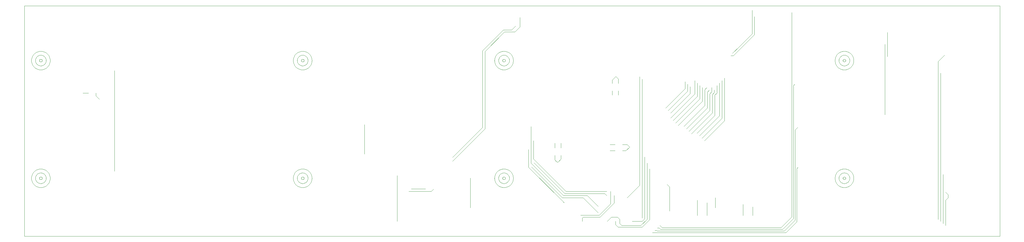
<source format=gbl>
*%FSLAX23Y23*%
*%MOIN*%
G01*
D11*
X4105Y9426D02*
X15837D01*
Y6651D02*
X4105D01*
X15837D02*
Y9426D01*
X4105D02*
Y6651D01*
D14*
X10235Y7536D02*
X10605Y7166D01*
X10875Y7141D02*
X11005Y7011D01*
X10590Y7141D02*
X10200Y7531D01*
X10205Y7486D02*
X10575Y7116D01*
X10825D02*
X11005Y6936D01*
X10594Y7057D02*
X10170Y7481D01*
X10228Y7583D02*
X10620Y7191D01*
X9645Y8876D02*
X9880Y9111D01*
X9865Y9136D02*
X9615Y8886D01*
X9645Y7946D02*
X9255Y7556D01*
Y7601D02*
X9615Y7961D01*
X12285Y7801D02*
X12525Y8041D01*
X12495Y8071D02*
X12255Y7831D01*
X12225Y7861D02*
X12465Y8101D01*
X12258Y8274D02*
X11970Y7986D01*
X11940Y8016D02*
X12228Y8304D01*
X12198Y8334D02*
X11910Y8046D01*
X11880Y8136D02*
X12113Y8369D01*
X12083Y8399D02*
X11850Y8166D01*
X11820Y8196D02*
X12053Y8429D01*
X13375Y6846D02*
X13255Y6726D01*
X11505Y7266D02*
X11355Y7116D01*
X12633Y8825D02*
X12885Y9077D01*
X12857Y9089D02*
X12701Y8933D01*
X13355Y6866D02*
X13225Y6736D01*
X13205Y6756D02*
X13335Y6886D01*
X12040Y7976D02*
X12288Y8224D01*
X12318Y8194D02*
X12070Y7946D01*
X12100Y7916D02*
X12348Y8164D01*
X12378Y8134D02*
X12130Y7886D01*
X12195Y7891D02*
X12409Y8105D01*
X12168Y8364D02*
X11880Y8076D01*
X11535Y6761D02*
X11245D01*
X11290Y6781D02*
X11520D01*
X11660Y6696D02*
X13265D01*
X13205Y6756D02*
X11800D01*
X11775Y6736D02*
X13225D01*
X13245Y6716D02*
X11740D01*
X11710Y6721D02*
X11690D01*
X11715Y6716D02*
X11740D01*
Y6751D02*
X11720D01*
X11755Y6736D02*
X11775D01*
Y6756D02*
X11800D01*
X11535Y6831D02*
X11415D01*
X11240Y6881D02*
X11165D01*
X11085Y7166D02*
X10605D01*
X10590Y7141D02*
X10875D01*
X10825Y7116D02*
X10575D01*
X9000Y7191D02*
X8730D01*
X10620D02*
X11110D01*
X8930Y7221D02*
X8760D01*
X4965Y8341D02*
Y8376D01*
Y8341D02*
X5005Y8301D01*
X4875Y8376D02*
X4810D01*
X12601Y8825D02*
X12633D01*
X10005Y9111D02*
X9880D01*
X9865Y9136D02*
X9965D01*
X8195Y7996D02*
Y7641D01*
X9000Y7191D02*
X9030Y7221D01*
X9645Y7946D02*
Y8876D01*
X9615Y8886D02*
Y7961D01*
X10065Y9171D02*
Y9286D01*
Y9171D02*
X10005Y9111D01*
X9965Y9136D02*
X10015Y9186D01*
X10228Y7801D02*
Y7583D01*
X10200Y7531D02*
Y7971D01*
X10170Y7694D02*
Y7481D01*
X10590Y7061D02*
X10595Y7056D01*
X11085Y7166D02*
X11110Y7141D01*
X11215Y6831D02*
Y6791D01*
X11265Y6806D02*
Y6856D01*
X11215Y6791D02*
X11245Y6761D01*
X11265Y6856D02*
X11240Y6881D01*
X11265Y6806D02*
X11290Y6781D01*
X11165Y6881D02*
X11115Y6831D01*
X11625Y6851D02*
Y7461D01*
X11595Y7531D02*
Y6856D01*
X11565Y6861D02*
Y7606D01*
X11535Y6871D02*
Y8541D01*
X11505Y8571D02*
Y7266D01*
X11565Y6861D02*
X11535Y6831D01*
X11520Y6781D02*
X11595Y6856D01*
X11620Y6846D02*
X11535Y6761D01*
X11620Y6846D02*
X11625Y6851D01*
X11710Y6721D02*
X11715Y6716D01*
X11740Y6751D02*
X11755Y6736D01*
X11775Y6756D02*
X11750Y6781D01*
X12083Y8399D02*
Y8481D01*
X12053Y8511D02*
Y8429D01*
X12258Y8441D02*
Y8274D01*
X12228Y8304D02*
Y8466D01*
X12198Y8496D02*
Y8334D01*
X12113Y8369D02*
Y8451D01*
X12168Y8526D02*
Y8364D01*
X12465Y8496D02*
Y8101D01*
X12435Y8401D02*
Y8466D01*
X12288Y8416D02*
Y8224D01*
X12318Y8194D02*
Y8385D01*
X12348Y8365D02*
Y8164D01*
X12378Y8134D02*
Y8356D01*
X12403Y8381D02*
Y8411D01*
X12373Y8390D02*
Y8441D01*
X12435Y8401D02*
Y8376D01*
X12409Y8350D02*
Y8105D01*
X12288Y8416D02*
X12313Y8441D01*
X12343Y8410D02*
X12318Y8385D01*
X12378Y8356D02*
X12403Y8381D01*
X12373Y8390D02*
X12348Y8365D01*
X12409Y8350D02*
X12435Y8376D01*
X12525Y8556D02*
Y8041D01*
X12495Y8071D02*
Y8526D01*
X12623Y8855D02*
X12701Y8933D01*
X12857Y9089D02*
Y9371D01*
X12885Y9296D02*
Y9077D01*
X13255Y6726D02*
X13245Y6716D01*
X13395Y6826D02*
Y7466D01*
X13335Y6886D02*
Y9346D01*
X13355Y8466D02*
Y6866D01*
X13375Y6846D02*
Y7931D01*
X13355Y8466D02*
X13370Y8481D01*
X13395Y6826D02*
X13295Y6726D01*
X13395Y7466D02*
X13410Y7481D01*
X13295Y6726D02*
X13265Y6696D01*
X13375Y7931D02*
X13410Y7966D01*
X14455Y8116D02*
Y8956D01*
Y8961D01*
X14485Y8816D02*
Y9106D01*
X15185Y7086D02*
Y6781D01*
X15215Y7116D02*
Y7151D01*
X15155Y7396D02*
Y6806D01*
X15095Y6856D02*
Y8756D01*
X15125Y8616D02*
Y6831D01*
X15215Y7151D02*
X15185Y7181D01*
X15215Y7116D02*
X15185Y7086D01*
X15095Y8756D02*
X15175Y8836D01*
D15*
X10525Y7546D02*
X10510D01*
X11150Y7681D02*
X11210D01*
X11300Y7756D02*
X11355D01*
X11340Y7681D02*
X11300D01*
X10485Y7716D02*
Y7771D01*
Y7626D02*
Y7571D01*
X10510Y7546D01*
X10560Y7581D02*
Y7626D01*
Y7581D02*
X10525Y7546D01*
X11250Y8351D02*
Y8401D01*
X11175Y8491D02*
Y8531D01*
X11250Y8546D02*
Y8491D01*
Y8546D02*
X11220Y8576D01*
X11175Y8531D01*
X11355Y7756D02*
X11385Y7726D01*
X11340Y7681D01*
D17*
X11200Y7051D02*
X11030Y6881D01*
X11020Y6906D02*
X11155Y7041D01*
X11030Y6881D02*
X10825D01*
X10795Y6906D02*
X10890D01*
X11020D01*
X11150Y7756D02*
X11210D01*
X5190Y7436D02*
Y8646D01*
X8590Y7381D02*
Y6831D01*
X9470Y6996D02*
Y7351D01*
X10560Y7716D02*
Y7771D01*
X10815Y6871D02*
Y6831D01*
Y6871D02*
X10825Y6881D01*
X11200Y7051D02*
Y7141D01*
X11155Y7191D02*
Y7041D01*
X11175Y8351D02*
Y8401D01*
X11865Y7246D02*
Y6956D01*
Y7246D02*
X11835Y7276D01*
X12200Y7086D02*
Y6901D01*
X12315D02*
Y7056D01*
X12415Y6996D02*
Y7116D01*
X12750Y7036D02*
Y6901D01*
X12865D02*
Y7006D01*
D21*
X15275Y7131D02*
D03*
Y8536D02*
D03*
Y7831D02*
D03*
Y9246D02*
D03*
X15185Y7131D02*
D03*
Y6781D02*
D03*
X15155Y6806D02*
D03*
X15125Y6831D02*
D03*
X15095Y6856D02*
D03*
X15185Y7181D02*
D03*
X15155Y7396D02*
D03*
Y7536D02*
D03*
X15025Y6876D02*
D03*
Y7581D02*
D03*
X15185Y8536D02*
D03*
Y9246D02*
D03*
X15175Y8836D02*
D03*
X15125Y8966D02*
D03*
Y8616D02*
D03*
X15185Y7831D02*
D03*
X14840Y7331D02*
D03*
X14885Y7446D02*
D03*
Y6816D02*
D03*
X14930Y7226D02*
D03*
X14885Y8226D02*
D03*
X14915Y8686D02*
D03*
X14885Y8941D02*
D03*
X14990Y8886D02*
D03*
X15020Y8286D02*
D03*
X14975Y8941D02*
D03*
X14630Y7731D02*
D03*
Y6946D02*
D03*
Y8371D02*
D03*
Y9081D02*
D03*
X14485Y9106D02*
D03*
X14455Y8961D02*
D03*
X14485Y8816D02*
D03*
X14455Y8116D02*
D03*
X14320Y7136D02*
D03*
X14345Y7311D02*
D03*
Y7581D02*
D03*
X14275Y9256D02*
D03*
X14270Y8551D02*
D03*
Y7906D02*
D03*
X14245Y8796D02*
D03*
X14350Y8231D02*
D03*
X14080Y7136D02*
D03*
X14145Y7601D02*
D03*
X14185Y8936D02*
D03*
X14155Y8231D02*
D03*
X14080Y9106D02*
D03*
X13900Y7036D02*
D03*
X14038Y7709D02*
D03*
X13955Y9256D02*
D03*
X13805Y7501D02*
D03*
X13790Y7331D02*
D03*
X13775Y6941D02*
D03*
X13790Y7421D02*
D03*
X13770Y8936D02*
D03*
X13805Y8426D02*
D03*
X13790Y7841D02*
D03*
Y8326D02*
D03*
X13795Y7981D02*
D03*
X13730D02*
D03*
X13670Y8415D02*
D03*
X13720Y9351D02*
D03*
X13540Y6841D02*
D03*
X13485Y7666D02*
D03*
X13578Y7091D02*
D03*
X13485Y7576D02*
D03*
Y8151D02*
D03*
X13475Y8656D02*
D03*
X13485Y8061D02*
D03*
X13475Y8566D02*
D03*
X13580Y8936D02*
D03*
X13430Y6991D02*
D03*
X13410Y7481D02*
D03*
X13270Y7106D02*
D03*
X13410Y7521D02*
D03*
X13425Y7066D02*
D03*
X13370Y8481D02*
D03*
X13385Y8011D02*
D03*
X13363Y8568D02*
D03*
X13410Y7966D02*
D03*
X13270Y8071D02*
D03*
X13260Y8521D02*
D03*
X13335Y9346D02*
D03*
X13120Y7044D02*
D03*
X13255Y7586D02*
D03*
X13185Y8956D02*
D03*
X12890Y7696D02*
D03*
X12930Y7066D02*
D03*
X12890Y7471D02*
D03*
Y7246D02*
D03*
X12885Y8746D02*
D03*
Y9296D02*
D03*
X12890Y7921D02*
D03*
Y8146D02*
D03*
X12885Y8596D02*
D03*
Y8371D02*
D03*
X12750Y6901D02*
D03*
X12865D02*
D03*
Y7006D02*
D03*
X12750Y7036D02*
D03*
X12675Y7741D02*
D03*
X12710Y6961D02*
D03*
X12736Y9026D02*
D03*
X12805Y9121D02*
D03*
Y9236D02*
D03*
X12675Y8321D02*
D03*
X12857Y9371D02*
D03*
X12593Y6843D02*
D03*
X12575Y9181D02*
D03*
X12505Y9199D02*
D03*
X12525Y8556D02*
D03*
X12495Y8526D02*
D03*
X12623Y8855D02*
D03*
X12601Y8825D02*
D03*
X12570Y7864D02*
D03*
Y8198D02*
D03*
X12555Y8386D02*
D03*
Y8431D02*
D03*
X12505Y7981D02*
D03*
X12560Y8081D02*
D03*
X12610Y8546D02*
D03*
X12315Y6901D02*
D03*
Y7056D02*
D03*
X12415Y7116D02*
D03*
Y6996D02*
D03*
X12330Y7741D02*
D03*
X12450Y6956D02*
D03*
X12361Y6811D02*
D03*
X12470Y7682D02*
D03*
X12440Y7864D02*
D03*
X12465Y8835D02*
D03*
X12343Y8410D02*
D03*
X12403Y8411D02*
D03*
X12373Y8441D02*
D03*
X12313D02*
D03*
X12435Y8466D02*
D03*
X12465Y8496D02*
D03*
X12285Y7801D02*
D03*
X12284Y8956D02*
D03*
X12440Y8198D02*
D03*
X12200Y6901D02*
D03*
Y7086D02*
D03*
X12165Y6921D02*
D03*
X12244Y8956D02*
D03*
X12258Y8441D02*
D03*
X12228Y8466D02*
D03*
X12198Y8496D02*
D03*
X12168Y8526D02*
D03*
X12113Y8451D02*
D03*
X12100Y7916D02*
D03*
X12130Y7886D02*
D03*
X12255Y7831D02*
D03*
X12225Y7861D02*
D03*
X12195Y7891D02*
D03*
X11965Y7606D02*
D03*
X12045Y6843D02*
D03*
X11905Y6956D02*
D03*
X11901Y7366D02*
D03*
X11910Y8341D02*
D03*
X12053Y8511D02*
D03*
X12083Y8481D02*
D03*
X12070Y7946D02*
D03*
X12040Y7976D02*
D03*
X11970Y7986D02*
D03*
X11940Y8016D02*
D03*
X11910Y8046D02*
D03*
X11705Y7261D02*
D03*
X11720Y6751D02*
D03*
X11750Y6781D02*
D03*
X11765Y7606D02*
D03*
X11865Y6956D02*
D03*
X11810Y6806D02*
D03*
X11835Y7086D02*
D03*
Y7276D02*
D03*
X11880Y8076D02*
D03*
Y8136D02*
D03*
X11850Y8166D02*
D03*
X11820Y8196D02*
D03*
X11765Y8286D02*
D03*
X11625Y7461D02*
D03*
X11595Y7531D02*
D03*
X11565Y7606D02*
D03*
X11535Y6871D02*
D03*
X11660Y6696D02*
D03*
X11690Y6721D02*
D03*
X11570Y8571D02*
D03*
X11535Y8541D02*
D03*
X11505Y8571D02*
D03*
X11385Y7726D02*
D03*
X11465Y7441D02*
D03*
Y7351D02*
D03*
X11410Y7694D02*
D03*
X11355Y7116D02*
D03*
X11323Y7425D02*
D03*
X11311Y6961D02*
D03*
X11385Y8061D02*
D03*
X11445Y8631D02*
D03*
X11410Y8422D02*
D03*
Y8167D02*
D03*
Y7950D02*
D03*
X11307Y8691D02*
D03*
X11385Y8371D02*
D03*
X11200Y7141D02*
D03*
X11230Y7546D02*
D03*
X11155Y7191D02*
D03*
X11110D02*
D03*
Y7141D02*
D03*
X11150Y7756D02*
D03*
Y7681D02*
D03*
X11165Y7351D02*
D03*
X11220Y8576D02*
D03*
X11175Y8351D02*
D03*
X11300Y8265D02*
D03*
Y7871D02*
D03*
X11250Y8351D02*
D03*
X10935Y7246D02*
D03*
X10976D02*
D03*
X11035Y7381D02*
D03*
X11005Y6936D02*
D03*
Y7011D02*
D03*
X11095Y7626D02*
D03*
X10976Y7421D02*
D03*
X11055Y8491D02*
D03*
X10937Y8691D02*
D03*
X10780Y7086D02*
D03*
X10795Y6906D02*
D03*
X10890Y7546D02*
D03*
X10745Y6706D02*
D03*
X10760Y8691D02*
D03*
X10845Y8576D02*
D03*
X10560Y7771D02*
D03*
X10681Y7626D02*
D03*
X10641Y8491D02*
D03*
X10350Y7721D02*
D03*
X10510Y7546D02*
D03*
X10464Y7520D02*
D03*
X10485Y7771D02*
D03*
X10330Y7674D02*
D03*
X10490Y8571D02*
D03*
X10330Y7950D02*
D03*
X10345Y8304D02*
D03*
X10440Y8245D02*
D03*
Y7851D02*
D03*
X10415Y8711D02*
D03*
X10480Y8446D02*
D03*
Y8376D02*
D03*
X10350Y8026D02*
D03*
X10140Y7600D02*
D03*
X10255Y6796D02*
D03*
X10205Y7486D02*
D03*
X10235Y7536D02*
D03*
X10170Y7694D02*
D03*
X10140Y8446D02*
D03*
Y8326D02*
D03*
Y8376D02*
D03*
X10228Y7801D02*
D03*
X10200Y7971D02*
D03*
X10145Y8946D02*
D03*
X10210Y8186D02*
D03*
X10230Y8487D02*
D03*
X9945Y7601D02*
D03*
X9935Y8606D02*
D03*
X10100Y8716D02*
D03*
X9935Y8217D02*
D03*
X9560Y7351D02*
D03*
X9585Y8226D02*
D03*
X9470Y6996D02*
D03*
Y7351D02*
D03*
X9360Y8631D02*
D03*
X9530Y8081D02*
D03*
X9370Y8231D02*
D03*
X9255Y7556D02*
D03*
Y7601D02*
D03*
X9315Y8331D02*
D03*
Y8431D02*
D03*
X9320Y8931D02*
D03*
Y8831D02*
D03*
X9260Y8681D02*
D03*
X9215Y8536D02*
D03*
X9266Y8181D02*
D03*
X9030Y7221D02*
D03*
X8955Y7656D02*
D03*
X8990Y8226D02*
D03*
Y8741D02*
D03*
X9110Y8506D02*
D03*
X9120Y9011D02*
D03*
X9068Y8226D02*
D03*
X9017Y8341D02*
D03*
X8970Y8561D02*
D03*
X9094Y8726D02*
D03*
X9017Y8846D02*
D03*
X8930Y7221D02*
D03*
X8760D02*
D03*
X8800Y7281D02*
D03*
X8895Y8746D02*
D03*
Y8231D02*
D03*
Y8141D02*
D03*
X8885Y9011D02*
D03*
X8840Y8536D02*
D03*
X8730Y7191D02*
D03*
X8590Y7381D02*
D03*
X8650Y7136D02*
D03*
X8590Y7471D02*
D03*
X8670Y8096D02*
D03*
Y8611D02*
D03*
X8570Y8586D02*
D03*
X8220Y7411D02*
D03*
X8195Y7641D02*
D03*
Y7996D02*
D03*
X8360Y8421D02*
D03*
X8100Y7546D02*
D03*
X8075Y8761D02*
D03*
X7875Y8381D02*
D03*
X7770Y7261D02*
D03*
X7700Y6991D02*
D03*
X7735Y9061D02*
D03*
X7715Y8506D02*
D03*
X7025Y9061D02*
D03*
X7005Y8506D02*
D03*
X7165Y8381D02*
D03*
X5330Y8026D02*
D03*
Y8591D02*
D03*
X5065Y7201D02*
D03*
X5190Y7436D02*
D03*
X5075Y7396D02*
D03*
X5190Y8646D02*
D03*
Y7971D02*
D03*
X5045Y8426D02*
D03*
X4860Y7441D02*
D03*
Y7141D02*
D03*
X5005Y8301D02*
D03*
X5040Y7974D02*
D03*
X4795Y7576D02*
D03*
Y8121D02*
D03*
X4810Y8376D02*
D03*
D26*
X13854Y8767D02*
X13856D01*
X13854D02*
X13855Y8756D01*
X13857Y8746D01*
X13859Y8735D01*
X13863Y8725D01*
X13867Y8715D01*
X13872Y8706D01*
X13879Y8697D01*
X13886Y8689D01*
X13893Y8682D01*
X13902Y8675D01*
X13911Y8670D01*
X13920Y8665D01*
X13930Y8661D01*
X13940Y8658D01*
X13951Y8656D01*
X13962Y8655D01*
X13972D01*
X13983Y8656D01*
X13994Y8658D01*
X14004Y8661D01*
X14014Y8665D01*
X14023Y8670D01*
X14032Y8675D01*
X14041Y8682D01*
X14048Y8689D01*
X14055Y8697D01*
X14062Y8706D01*
X14067Y8715D01*
X14071Y8725D01*
X14075Y8735D01*
X14077Y8746D01*
X14079Y8756D01*
X14080Y8767D01*
X14080D01*
X14080D02*
X14079Y8778D01*
X14077Y8788D01*
X14075Y8799D01*
X14071Y8809D01*
X14067Y8819D01*
X14062Y8828D01*
X14055Y8837D01*
X14048Y8845D01*
X14041Y8852D01*
X14032Y8859D01*
X14023Y8864D01*
X14014Y8869D01*
X14004Y8873D01*
X13994Y8876D01*
X13983Y8878D01*
X13972Y8879D01*
X13962D01*
X13951Y8878D01*
X13940Y8876D01*
X13930Y8873D01*
X13920Y8869D01*
X13911Y8864D01*
X13902Y8859D01*
X13893Y8852D01*
X13886Y8845D01*
X13879Y8837D01*
X13872Y8828D01*
X13867Y8819D01*
X13863Y8809D01*
X13859Y8799D01*
X13857Y8788D01*
X13855Y8778D01*
X13854Y8767D01*
X13902D02*
X13904D01*
X13902D02*
X13903Y8757D01*
X13905Y8748D01*
X13909Y8739D01*
X13914Y8731D01*
X13920Y8723D01*
X13927Y8717D01*
X13935Y8711D01*
X13943Y8707D01*
X13953Y8704D01*
X13962Y8703D01*
X13972D01*
X13981Y8704D01*
X13991Y8707D01*
X13999Y8711D01*
X14007Y8717D01*
X14014Y8723D01*
X14020Y8731D01*
X14025Y8739D01*
X14029Y8748D01*
X14031Y8757D01*
X14032Y8767D01*
X14032D01*
X14032D02*
X14031Y8777D01*
X14029Y8786D01*
X14025Y8795D01*
X14020Y8803D01*
X14014Y8811D01*
X14007Y8817D01*
X13999Y8823D01*
X13991Y8827D01*
X13981Y8830D01*
X13972Y8831D01*
X13962D01*
X13953Y8830D01*
X13943Y8827D01*
X13935Y8823D01*
X13927Y8817D01*
X13920Y8811D01*
X13914Y8803D01*
X13909Y8795D01*
X13905Y8786D01*
X13903Y8777D01*
X13902Y8767D01*
X13950D02*
X13952D01*
X13950D02*
X13951Y8761D01*
X13954Y8756D01*
X13959Y8753D01*
X13964Y8751D01*
X13970D01*
X13975Y8753D01*
X13980Y8756D01*
X13983Y8761D01*
X13984Y8767D01*
X13984D01*
X13984D02*
X13983Y8773D01*
X13980Y8778D01*
X13975Y8781D01*
X13970Y8783D01*
X13964D01*
X13959Y8781D01*
X13954Y8778D01*
X13951Y8773D01*
X13950Y8767D01*
X13854Y7350D02*
X13856D01*
X13854D02*
X13855Y7339D01*
X13857Y7329D01*
X13859Y7318D01*
X13863Y7308D01*
X13867Y7298D01*
X13872Y7289D01*
X13879Y7280D01*
X13886Y7272D01*
X13893Y7265D01*
X13902Y7258D01*
X13911Y7253D01*
X13920Y7248D01*
X13930Y7244D01*
X13940Y7241D01*
X13951Y7239D01*
X13962Y7238D01*
X13972D01*
X13983Y7239D01*
X13994Y7241D01*
X14004Y7244D01*
X14014Y7248D01*
X14023Y7253D01*
X14032Y7258D01*
X14041Y7265D01*
X14048Y7272D01*
X14055Y7280D01*
X14062Y7289D01*
X14067Y7298D01*
X14071Y7308D01*
X14075Y7318D01*
X14077Y7329D01*
X14079Y7339D01*
X14080Y7350D01*
X14080D01*
X14080D02*
X14079Y7361D01*
X14077Y7371D01*
X14075Y7382D01*
X14071Y7392D01*
X14067Y7402D01*
X14062Y7411D01*
X14055Y7420D01*
X14048Y7428D01*
X14041Y7435D01*
X14032Y7442D01*
X14023Y7447D01*
X14014Y7452D01*
X14004Y7456D01*
X13994Y7459D01*
X13983Y7461D01*
X13972Y7462D01*
X13962D01*
X13951Y7461D01*
X13940Y7459D01*
X13930Y7456D01*
X13920Y7452D01*
X13911Y7447D01*
X13902Y7442D01*
X13893Y7435D01*
X13886Y7428D01*
X13879Y7420D01*
X13872Y7411D01*
X13867Y7402D01*
X13863Y7392D01*
X13859Y7382D01*
X13857Y7371D01*
X13855Y7361D01*
X13854Y7350D01*
X13902D02*
X13904D01*
X13902D02*
X13903Y7340D01*
X13905Y7331D01*
X13909Y7322D01*
X13914Y7314D01*
X13920Y7306D01*
X13927Y7300D01*
X13935Y7294D01*
X13943Y7290D01*
X13953Y7287D01*
X13962Y7286D01*
X13972D01*
X13981Y7287D01*
X13991Y7290D01*
X13999Y7294D01*
X14007Y7300D01*
X14014Y7306D01*
X14020Y7314D01*
X14025Y7322D01*
X14029Y7331D01*
X14031Y7340D01*
X14032Y7350D01*
X14032D01*
X14032D02*
X14031Y7360D01*
X14029Y7369D01*
X14025Y7378D01*
X14020Y7386D01*
X14014Y7394D01*
X14007Y7400D01*
X13999Y7406D01*
X13991Y7410D01*
X13981Y7413D01*
X13972Y7414D01*
X13962D01*
X13953Y7413D01*
X13943Y7410D01*
X13935Y7406D01*
X13927Y7400D01*
X13920Y7394D01*
X13914Y7386D01*
X13909Y7378D01*
X13905Y7369D01*
X13903Y7360D01*
X13902Y7350D01*
X13950D02*
X13952D01*
X13950D02*
X13951Y7344D01*
X13954Y7339D01*
X13959Y7336D01*
X13964Y7334D01*
X13970D01*
X13975Y7336D01*
X13980Y7339D01*
X13983Y7344D01*
X13984Y7350D01*
X13984D01*
X13984D02*
X13983Y7356D01*
X13980Y7361D01*
X13975Y7364D01*
X13970Y7366D01*
X13964D01*
X13959Y7364D01*
X13954Y7361D01*
X13951Y7356D01*
X13950Y7350D01*
X9760Y8767D02*
X9762D01*
X9760D02*
X9761Y8756D01*
X9763Y8746D01*
X9765Y8735D01*
X9769Y8725D01*
X9773Y8715D01*
X9778Y8706D01*
X9785Y8697D01*
X9792Y8689D01*
X9799Y8682D01*
X9808Y8675D01*
X9817Y8670D01*
X9826Y8665D01*
X9836Y8661D01*
X9846Y8658D01*
X9857Y8656D01*
X9868Y8655D01*
X9878D01*
X9889Y8656D01*
X9900Y8658D01*
X9910Y8661D01*
X9920Y8665D01*
X9929Y8670D01*
X9938Y8675D01*
X9947Y8682D01*
X9954Y8689D01*
X9961Y8697D01*
X9968Y8706D01*
X9973Y8715D01*
X9977Y8725D01*
X9981Y8735D01*
X9983Y8746D01*
X9985Y8756D01*
X9986Y8767D01*
X9986D01*
X9986D02*
X9985Y8778D01*
X9983Y8788D01*
X9981Y8799D01*
X9977Y8809D01*
X9973Y8819D01*
X9968Y8828D01*
X9961Y8837D01*
X9954Y8845D01*
X9947Y8852D01*
X9938Y8859D01*
X9929Y8864D01*
X9920Y8869D01*
X9910Y8873D01*
X9900Y8876D01*
X9889Y8878D01*
X9878Y8879D01*
X9868D01*
X9857Y8878D01*
X9846Y8876D01*
X9836Y8873D01*
X9826Y8869D01*
X9817Y8864D01*
X9808Y8859D01*
X9799Y8852D01*
X9792Y8845D01*
X9785Y8837D01*
X9778Y8828D01*
X9773Y8819D01*
X9769Y8809D01*
X9765Y8799D01*
X9763Y8788D01*
X9761Y8778D01*
X9760Y8767D01*
X9808D02*
X9810D01*
X9808D02*
X9809Y8757D01*
X9811Y8748D01*
X9815Y8739D01*
X9820Y8731D01*
X9826Y8723D01*
X9833Y8717D01*
X9841Y8711D01*
X9849Y8707D01*
X9859Y8704D01*
X9868Y8703D01*
X9878D01*
X9887Y8704D01*
X9897Y8707D01*
X9905Y8711D01*
X9913Y8717D01*
X9920Y8723D01*
X9926Y8731D01*
X9931Y8739D01*
X9935Y8748D01*
X9937Y8757D01*
X9938Y8767D01*
X9938D01*
X9938D02*
X9937Y8777D01*
X9935Y8786D01*
X9931Y8795D01*
X9926Y8803D01*
X9920Y8811D01*
X9913Y8817D01*
X9905Y8823D01*
X9897Y8827D01*
X9887Y8830D01*
X9878Y8831D01*
X9868D01*
X9859Y8830D01*
X9849Y8827D01*
X9841Y8823D01*
X9833Y8817D01*
X9826Y8811D01*
X9820Y8803D01*
X9815Y8795D01*
X9811Y8786D01*
X9809Y8777D01*
X9808Y8767D01*
X9856D02*
X9858D01*
X9856D02*
X9857Y8761D01*
X9860Y8756D01*
X9865Y8753D01*
X9870Y8751D01*
X9876D01*
X9881Y8753D01*
X9886Y8756D01*
X9889Y8761D01*
X9890Y8767D01*
X9890D01*
X9890D02*
X9889Y8773D01*
X9886Y8778D01*
X9881Y8781D01*
X9876Y8783D01*
X9870D01*
X9865Y8781D01*
X9860Y8778D01*
X9857Y8773D01*
X9856Y8767D01*
X9760Y7350D02*
X9762D01*
X9760D02*
X9761Y7339D01*
X9763Y7329D01*
X9765Y7318D01*
X9769Y7308D01*
X9773Y7298D01*
X9778Y7289D01*
X9785Y7280D01*
X9792Y7272D01*
X9799Y7265D01*
X9808Y7258D01*
X9817Y7253D01*
X9826Y7248D01*
X9836Y7244D01*
X9846Y7241D01*
X9857Y7239D01*
X9868Y7238D01*
X9878D01*
X9889Y7239D01*
X9900Y7241D01*
X9910Y7244D01*
X9920Y7248D01*
X9929Y7253D01*
X9938Y7258D01*
X9947Y7265D01*
X9954Y7272D01*
X9961Y7280D01*
X9968Y7289D01*
X9973Y7298D01*
X9977Y7308D01*
X9981Y7318D01*
X9983Y7329D01*
X9985Y7339D01*
X9986Y7350D01*
X9986D01*
X9986D02*
X9985Y7361D01*
X9983Y7371D01*
X9981Y7382D01*
X9977Y7392D01*
X9973Y7402D01*
X9968Y7411D01*
X9961Y7420D01*
X9954Y7428D01*
X9947Y7435D01*
X9938Y7442D01*
X9929Y7447D01*
X9920Y7452D01*
X9910Y7456D01*
X9900Y7459D01*
X9889Y7461D01*
X9878Y7462D01*
X9868D01*
X9857Y7461D01*
X9846Y7459D01*
X9836Y7456D01*
X9826Y7452D01*
X9817Y7447D01*
X9808Y7442D01*
X9799Y7435D01*
X9792Y7428D01*
X9785Y7420D01*
X9778Y7411D01*
X9773Y7402D01*
X9769Y7392D01*
X9765Y7382D01*
X9763Y7371D01*
X9761Y7361D01*
X9760Y7350D01*
X9808D02*
X9810D01*
X9808D02*
X9809Y7340D01*
X9811Y7331D01*
X9815Y7322D01*
X9820Y7314D01*
X9826Y7306D01*
X9833Y7300D01*
X9841Y7294D01*
X9849Y7290D01*
X9859Y7287D01*
X9868Y7286D01*
X9878D01*
X9887Y7287D01*
X9897Y7290D01*
X9905Y7294D01*
X9913Y7300D01*
X9920Y7306D01*
X9926Y7314D01*
X9931Y7322D01*
X9935Y7331D01*
X9937Y7340D01*
X9938Y7350D01*
X9938D01*
X9938D02*
X9937Y7360D01*
X9935Y7369D01*
X9931Y7378D01*
X9926Y7386D01*
X9920Y7394D01*
X9913Y7400D01*
X9905Y7406D01*
X9897Y7410D01*
X9887Y7413D01*
X9878Y7414D01*
X9868D01*
X9859Y7413D01*
X9849Y7410D01*
X9841Y7406D01*
X9833Y7400D01*
X9826Y7394D01*
X9820Y7386D01*
X9815Y7378D01*
X9811Y7369D01*
X9809Y7360D01*
X9808Y7350D01*
X9856D02*
X9858D01*
X9856D02*
X9857Y7344D01*
X9860Y7339D01*
X9865Y7336D01*
X9870Y7334D01*
X9876D01*
X9881Y7336D01*
X9886Y7339D01*
X9889Y7344D01*
X9890Y7350D01*
X9890D01*
X9890D02*
X9889Y7356D01*
X9886Y7361D01*
X9881Y7364D01*
X9876Y7366D01*
X9870D01*
X9865Y7364D01*
X9860Y7361D01*
X9857Y7356D01*
X9856Y7350D01*
X7338Y8767D02*
X7340D01*
X7338D02*
X7339Y8756D01*
X7341Y8746D01*
X7343Y8735D01*
X7347Y8725D01*
X7351Y8715D01*
X7356Y8706D01*
X7363Y8697D01*
X7370Y8689D01*
X7377Y8682D01*
X7386Y8675D01*
X7395Y8670D01*
X7404Y8665D01*
X7414Y8661D01*
X7424Y8658D01*
X7435Y8656D01*
X7446Y8655D01*
X7456D01*
X7467Y8656D01*
X7478Y8658D01*
X7488Y8661D01*
X7498Y8665D01*
X7507Y8670D01*
X7516Y8675D01*
X7525Y8682D01*
X7532Y8689D01*
X7539Y8697D01*
X7546Y8706D01*
X7551Y8715D01*
X7555Y8725D01*
X7559Y8735D01*
X7561Y8746D01*
X7563Y8756D01*
X7564Y8767D01*
X7564D01*
X7564D02*
X7563Y8778D01*
X7561Y8788D01*
X7559Y8799D01*
X7555Y8809D01*
X7551Y8819D01*
X7546Y8828D01*
X7539Y8837D01*
X7532Y8845D01*
X7525Y8852D01*
X7516Y8859D01*
X7507Y8864D01*
X7498Y8869D01*
X7488Y8873D01*
X7478Y8876D01*
X7467Y8878D01*
X7456Y8879D01*
X7446D01*
X7435Y8878D01*
X7424Y8876D01*
X7414Y8873D01*
X7404Y8869D01*
X7395Y8864D01*
X7386Y8859D01*
X7377Y8852D01*
X7370Y8845D01*
X7363Y8837D01*
X7356Y8828D01*
X7351Y8819D01*
X7347Y8809D01*
X7343Y8799D01*
X7341Y8788D01*
X7339Y8778D01*
X7338Y8767D01*
X7386D02*
X7388D01*
X7386D02*
X7387Y8757D01*
X7389Y8748D01*
X7393Y8739D01*
X7398Y8731D01*
X7404Y8723D01*
X7411Y8717D01*
X7419Y8711D01*
X7427Y8707D01*
X7437Y8704D01*
X7446Y8703D01*
X7456D01*
X7465Y8704D01*
X7475Y8707D01*
X7483Y8711D01*
X7491Y8717D01*
X7498Y8723D01*
X7504Y8731D01*
X7509Y8739D01*
X7513Y8748D01*
X7515Y8757D01*
X7516Y8767D01*
X7516D01*
X7516D02*
X7515Y8777D01*
X7513Y8786D01*
X7509Y8795D01*
X7504Y8803D01*
X7498Y8811D01*
X7491Y8817D01*
X7483Y8823D01*
X7475Y8827D01*
X7465Y8830D01*
X7456Y8831D01*
X7446D01*
X7437Y8830D01*
X7427Y8827D01*
X7419Y8823D01*
X7411Y8817D01*
X7404Y8811D01*
X7398Y8803D01*
X7393Y8795D01*
X7389Y8786D01*
X7387Y8777D01*
X7386Y8767D01*
X7434D02*
X7436D01*
X7434D02*
X7435Y8761D01*
X7438Y8756D01*
X7443Y8753D01*
X7448Y8751D01*
X7454D01*
X7459Y8753D01*
X7464Y8756D01*
X7467Y8761D01*
X7468Y8767D01*
X7468D01*
X7468D02*
X7467Y8773D01*
X7464Y8778D01*
X7459Y8781D01*
X7454Y8783D01*
X7448D01*
X7443Y8781D01*
X7438Y8778D01*
X7435Y8773D01*
X7434Y8767D01*
X7338Y7350D02*
X7340D01*
X7338D02*
X7339Y7339D01*
X7341Y7329D01*
X7343Y7318D01*
X7347Y7308D01*
X7351Y7298D01*
X7356Y7289D01*
X7363Y7280D01*
X7370Y7272D01*
X7377Y7265D01*
X7386Y7258D01*
X7395Y7253D01*
X7404Y7248D01*
X7414Y7244D01*
X7424Y7241D01*
X7435Y7239D01*
X7446Y7238D01*
X7456D01*
X7467Y7239D01*
X7478Y7241D01*
X7488Y7244D01*
X7498Y7248D01*
X7507Y7253D01*
X7516Y7258D01*
X7525Y7265D01*
X7532Y7272D01*
X7539Y7280D01*
X7546Y7289D01*
X7551Y7298D01*
X7555Y7308D01*
X7559Y7318D01*
X7561Y7329D01*
X7563Y7339D01*
X7564Y7350D01*
X7564D01*
X7564D02*
X7563Y7361D01*
X7561Y7371D01*
X7559Y7382D01*
X7555Y7392D01*
X7551Y7402D01*
X7546Y7411D01*
X7539Y7420D01*
X7532Y7428D01*
X7525Y7435D01*
X7516Y7442D01*
X7507Y7447D01*
X7498Y7452D01*
X7488Y7456D01*
X7478Y7459D01*
X7467Y7461D01*
X7456Y7462D01*
X7446D01*
X7435Y7461D01*
X7424Y7459D01*
X7414Y7456D01*
X7404Y7452D01*
X7395Y7447D01*
X7386Y7442D01*
X7377Y7435D01*
X7370Y7428D01*
X7363Y7420D01*
X7356Y7411D01*
X7351Y7402D01*
X7347Y7392D01*
X7343Y7382D01*
X7341Y7371D01*
X7339Y7361D01*
X7338Y7350D01*
X7386D02*
X7388D01*
X7386D02*
X7387Y7340D01*
X7389Y7331D01*
X7393Y7322D01*
X7398Y7314D01*
X7404Y7306D01*
X7411Y7300D01*
X7419Y7294D01*
X7427Y7290D01*
X7437Y7287D01*
X7446Y7286D01*
X7456D01*
X7465Y7287D01*
X7475Y7290D01*
X7483Y7294D01*
X7491Y7300D01*
X7498Y7306D01*
X7504Y7314D01*
X7509Y7322D01*
X7513Y7331D01*
X7515Y7340D01*
X7516Y7350D01*
X7516D01*
X7516D02*
X7515Y7360D01*
X7513Y7369D01*
X7509Y7378D01*
X7504Y7386D01*
X7498Y7394D01*
X7491Y7400D01*
X7483Y7406D01*
X7475Y7410D01*
X7465Y7413D01*
X7456Y7414D01*
X7446D01*
X7437Y7413D01*
X7427Y7410D01*
X7419Y7406D01*
X7411Y7400D01*
X7404Y7394D01*
X7398Y7386D01*
X7393Y7378D01*
X7389Y7369D01*
X7387Y7360D01*
X7386Y7350D01*
X7434D02*
X7436D01*
X7434D02*
X7435Y7344D01*
X7438Y7339D01*
X7443Y7336D01*
X7448Y7334D01*
X7454D01*
X7459Y7336D01*
X7464Y7339D01*
X7467Y7344D01*
X7468Y7350D01*
X7468D01*
X7468D02*
X7467Y7356D01*
X7464Y7361D01*
X7459Y7364D01*
X7454Y7366D01*
X7448D01*
X7443Y7364D01*
X7438Y7361D01*
X7435Y7356D01*
X7434Y7350D01*
X4190Y8767D02*
X4190D01*
X4190D02*
X4190Y8756D01*
X4192Y8746D01*
X4194Y8735D01*
X4198Y8725D01*
X4202Y8715D01*
X4207Y8706D01*
X4214Y8697D01*
X4221Y8689D01*
X4228Y8682D01*
X4237Y8675D01*
X4246Y8670D01*
X4255Y8665D01*
X4265Y8661D01*
X4275Y8658D01*
X4286Y8656D01*
X4297Y8655D01*
X4307D01*
X4318Y8656D01*
X4329Y8658D01*
X4339Y8661D01*
X4349Y8665D01*
X4358Y8670D01*
X4367Y8675D01*
X4376Y8682D01*
X4383Y8689D01*
X4390Y8697D01*
X4397Y8706D01*
X4402Y8715D01*
X4406Y8725D01*
X4410Y8735D01*
X4412Y8746D01*
X4414Y8756D01*
X4414Y8767D01*
X4416D01*
X4414D02*
X4414Y8778D01*
X4412Y8788D01*
X4410Y8799D01*
X4406Y8809D01*
X4402Y8819D01*
X4397Y8828D01*
X4390Y8837D01*
X4383Y8845D01*
X4376Y8852D01*
X4367Y8859D01*
X4358Y8864D01*
X4349Y8869D01*
X4339Y8873D01*
X4329Y8876D01*
X4318Y8878D01*
X4307Y8879D01*
X4297D01*
X4286Y8878D01*
X4275Y8876D01*
X4265Y8873D01*
X4255Y8869D01*
X4246Y8864D01*
X4237Y8859D01*
X4228Y8852D01*
X4221Y8845D01*
X4214Y8837D01*
X4207Y8828D01*
X4202Y8819D01*
X4198Y8809D01*
X4194Y8799D01*
X4192Y8788D01*
X4190Y8778D01*
X4190Y8767D01*
X4238D02*
X4238D01*
X4238D02*
X4238Y8757D01*
X4240Y8748D01*
X4244Y8739D01*
X4249Y8731D01*
X4255Y8723D01*
X4262Y8717D01*
X4270Y8711D01*
X4278Y8707D01*
X4288Y8704D01*
X4297Y8703D01*
X4307D01*
X4316Y8704D01*
X4326Y8707D01*
X4334Y8711D01*
X4342Y8717D01*
X4349Y8723D01*
X4355Y8731D01*
X4360Y8739D01*
X4364Y8748D01*
X4366Y8757D01*
X4366Y8767D01*
X4368D01*
X4366D02*
X4366Y8777D01*
X4364Y8786D01*
X4360Y8795D01*
X4355Y8803D01*
X4349Y8811D01*
X4342Y8817D01*
X4334Y8823D01*
X4326Y8827D01*
X4316Y8830D01*
X4307Y8831D01*
X4297D01*
X4288Y8830D01*
X4278Y8827D01*
X4270Y8823D01*
X4262Y8817D01*
X4255Y8811D01*
X4249Y8803D01*
X4244Y8795D01*
X4240Y8786D01*
X4238Y8777D01*
X4238Y8767D01*
X4286D02*
X4286D01*
X4286D02*
X4286Y8761D01*
X4289Y8756D01*
X4294Y8753D01*
X4299Y8751D01*
X4305D01*
X4310Y8753D01*
X4315Y8756D01*
X4318Y8761D01*
X4318Y8767D01*
X4320D01*
X4318D02*
X4318Y8773D01*
X4315Y8778D01*
X4310Y8781D01*
X4305Y8783D01*
X4299D01*
X4294Y8781D01*
X4289Y8778D01*
X4286Y8773D01*
X4286Y8767D01*
X4190Y7350D02*
X4190D01*
X4190D02*
X4190Y7339D01*
X4192Y7329D01*
X4194Y7318D01*
X4198Y7308D01*
X4202Y7298D01*
X4207Y7289D01*
X4214Y7280D01*
X4221Y7272D01*
X4228Y7265D01*
X4237Y7258D01*
X4246Y7253D01*
X4255Y7248D01*
X4265Y7244D01*
X4275Y7241D01*
X4286Y7239D01*
X4297Y7238D01*
X4307D01*
X4318Y7239D01*
X4329Y7241D01*
X4339Y7244D01*
X4349Y7248D01*
X4358Y7253D01*
X4367Y7258D01*
X4376Y7265D01*
X4383Y7272D01*
X4390Y7280D01*
X4397Y7289D01*
X4402Y7298D01*
X4406Y7308D01*
X4410Y7318D01*
X4412Y7329D01*
X4414Y7339D01*
X4414Y7350D01*
X4416D01*
X4414D02*
X4414Y7361D01*
X4412Y7371D01*
X4410Y7382D01*
X4406Y7392D01*
X4402Y7402D01*
X4397Y7411D01*
X4390Y7420D01*
X4383Y7428D01*
X4376Y7435D01*
X4367Y7442D01*
X4358Y7447D01*
X4349Y7452D01*
X4339Y7456D01*
X4329Y7459D01*
X4318Y7461D01*
X4307Y7462D01*
X4297D01*
X4286Y7461D01*
X4275Y7459D01*
X4265Y7456D01*
X4255Y7452D01*
X4246Y7447D01*
X4237Y7442D01*
X4228Y7435D01*
X4221Y7428D01*
X4214Y7420D01*
X4207Y7411D01*
X4202Y7402D01*
X4198Y7392D01*
X4194Y7382D01*
X4192Y7371D01*
X4190Y7361D01*
X4190Y7350D01*
X4238D02*
X4238D01*
X4238D02*
X4238Y7340D01*
X4240Y7331D01*
X4244Y7322D01*
X4249Y7314D01*
X4255Y7306D01*
X4262Y7300D01*
X4270Y7294D01*
X4278Y7290D01*
X4288Y7287D01*
X4297Y7286D01*
X4307D01*
X4316Y7287D01*
X4326Y7290D01*
X4334Y7294D01*
X4342Y7300D01*
X4349Y7306D01*
X4355Y7314D01*
X4360Y7322D01*
X4364Y7331D01*
X4366Y7340D01*
X4366Y7350D01*
X4368D01*
X4366D02*
X4366Y7360D01*
X4364Y7369D01*
X4360Y7378D01*
X4355Y7386D01*
X4349Y7394D01*
X4342Y7400D01*
X4334Y7406D01*
X4326Y7410D01*
X4316Y7413D01*
X4307Y7414D01*
X4297D01*
X4288Y7413D01*
X4278Y7410D01*
X4270Y7406D01*
X4262Y7400D01*
X4255Y7394D01*
X4249Y7386D01*
X4244Y7378D01*
X4240Y7369D01*
X4238Y7360D01*
X4238Y7350D01*
X4286D02*
X4286D01*
X4286D02*
X4286Y7344D01*
X4289Y7339D01*
X4294Y7336D01*
X4299Y7334D01*
X4305D01*
X4310Y7336D01*
X4315Y7339D01*
X4318Y7344D01*
X4318Y7350D01*
X4320D01*
X4318D02*
X4318Y7356D01*
X4315Y7361D01*
X4310Y7364D01*
X4305Y7366D01*
X4299D01*
X4294Y7364D01*
X4289Y7361D01*
X4286Y7356D01*
X4286Y7350D01*
D30*
X4352Y8008D02*
D03*
Y7608D02*
D03*
X4252Y8558D02*
D03*
X4352Y8508D02*
D03*
X4252Y8458D02*
D03*
X4352Y8408D02*
D03*
X4252Y8358D02*
D03*
X4352Y8308D02*
D03*
X4252Y8258D02*
D03*
X4352Y8208D02*
D03*
X4252Y8158D02*
D03*
X4352Y8108D02*
D03*
X4252Y8058D02*
D03*
Y7958D02*
D03*
X4352Y7908D02*
D03*
X4252Y7858D02*
D03*
X4352Y7808D02*
D03*
X4252Y7758D02*
D03*
X4352Y7708D02*
D03*
X4252Y7658D02*
D03*
X8855Y7501D02*
D03*
X9055D02*
D03*
X10115Y9186D02*
D03*
X9715D02*
D03*
X10665Y9286D02*
D03*
X10615Y9186D02*
D03*
X10565Y9286D02*
D03*
X10515Y9186D02*
D03*
X10465Y9286D02*
D03*
X10415Y9186D02*
D03*
X10365Y9286D02*
D03*
X10315Y9186D02*
D03*
X10265Y9286D02*
D03*
X10215Y9186D02*
D03*
X10165Y9286D02*
D03*
X10065D02*
D03*
X10015Y9186D02*
D03*
X9965Y9286D02*
D03*
X9915Y9186D02*
D03*
X9865Y9286D02*
D03*
X9815Y9186D02*
D03*
X9765Y9286D02*
D03*
X11305Y9186D02*
D03*
X10905D02*
D03*
X11855Y9286D02*
D03*
X11805Y9186D02*
D03*
X11755Y9286D02*
D03*
X11705Y9186D02*
D03*
X11655Y9286D02*
D03*
X11605Y9186D02*
D03*
X11555Y9286D02*
D03*
X11505Y9186D02*
D03*
X11455Y9286D02*
D03*
X11405Y9186D02*
D03*
X11355Y9286D02*
D03*
X11255D02*
D03*
X11205Y9186D02*
D03*
X11155Y9286D02*
D03*
X11105Y9186D02*
D03*
X11055Y9286D02*
D03*
X11005Y9186D02*
D03*
X10955Y9286D02*
D03*
D31*
X10505Y7056D02*
D03*
X10685D02*
D03*
X10595D02*
D03*
D34*
X8690Y6831D02*
D03*
X8790D02*
D03*
X8890D02*
D03*
X8990D02*
D03*
X9090D02*
D03*
X9190D02*
D03*
X11416D02*
D03*
X11316D02*
D03*
X11216D02*
D03*
X11116D02*
D03*
X11016D02*
D03*
X10916D02*
D03*
D37*
X15371Y6995D02*
D03*
Y7095D02*
D03*
Y7804D02*
D03*
Y7704D02*
D03*
Y8413D02*
D03*
Y8513D02*
D03*
Y9222D02*
D03*
Y9122D02*
D03*
D40*
X4280Y7552D02*
D03*
X9659Y9258D02*
D03*
X10849D02*
D03*
X15571Y6995D02*
D03*
D43*
X15670Y7094D02*
D03*
X15472D02*
D03*
Y6896D02*
D03*
X15670D02*
D03*
D49*
X15571Y9322D02*
D03*
D51*
Y7195D02*
D03*
Y6795D02*
D03*
Y7504D02*
D03*
Y7904D02*
D03*
Y8613D02*
D03*
Y8213D02*
D03*
Y8922D02*
D03*
D86*
X4875Y8376D02*
D03*
X4965D02*
D03*
X11210Y7681D02*
D03*
X11300D02*
D03*
X11210Y7756D02*
D03*
X11300D02*
D03*
D96*
X10560Y7716D02*
D03*
Y7626D02*
D03*
X10485Y7716D02*
D03*
Y7626D02*
D03*
X11175Y8401D02*
D03*
Y8491D02*
D03*
X11250Y8401D02*
D03*
Y8491D02*
D03*
D100*
X8590Y6831D02*
D03*
X10816D02*
D03*
M02*

</source>
